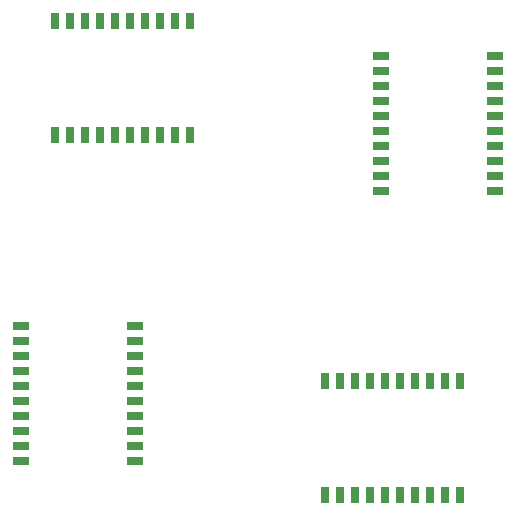
<source format=gtp>
G04 (created by PCBNEW-RS274X (2011-12-28 BZR 3254)-stable) date 2012. 03. 01. 13:20:44*
G01*
G70*
G90*
%MOIN*%
G04 Gerber Fmt 3.4, Leading zero omitted, Abs format*
%FSLAX34Y34*%
G04 APERTURE LIST*
%ADD10C,0.006000*%
%ADD11R,0.027800X0.057800*%
%ADD12R,0.057800X0.027800*%
G04 APERTURE END LIST*
G54D10*
G54D11*
X12250Y-06600D03*
X11750Y-06600D03*
X11250Y-06600D03*
X10750Y-06600D03*
X10250Y-06600D03*
X09750Y-06600D03*
X09250Y-06600D03*
X08750Y-06600D03*
X08250Y-06600D03*
X07750Y-06600D03*
X07750Y-10400D03*
X08250Y-10400D03*
X08750Y-10400D03*
X09250Y-10400D03*
X09750Y-10400D03*
X10250Y-10400D03*
X10750Y-10400D03*
X11250Y-10400D03*
X11750Y-10400D03*
X12250Y-10400D03*
G54D12*
X18600Y-07750D03*
X18600Y-08250D03*
X18600Y-08750D03*
X18600Y-09250D03*
X18600Y-09750D03*
X18600Y-10250D03*
X18600Y-10750D03*
X18600Y-11250D03*
X18600Y-11750D03*
X18600Y-12250D03*
X22400Y-12250D03*
X22400Y-11750D03*
X22400Y-11250D03*
X22400Y-10750D03*
X22400Y-10250D03*
X22400Y-09750D03*
X22400Y-09250D03*
X22400Y-08750D03*
X22400Y-08250D03*
X22400Y-07750D03*
X06600Y-16750D03*
X06600Y-17250D03*
X06600Y-17750D03*
X06600Y-18250D03*
X06600Y-18750D03*
X06600Y-19250D03*
X06600Y-19750D03*
X06600Y-20250D03*
X06600Y-20750D03*
X06600Y-21250D03*
X10400Y-21250D03*
X10400Y-20750D03*
X10400Y-20250D03*
X10400Y-19750D03*
X10400Y-19250D03*
X10400Y-18750D03*
X10400Y-18250D03*
X10400Y-17750D03*
X10400Y-17250D03*
X10400Y-16750D03*
G54D11*
X21250Y-18600D03*
X20750Y-18600D03*
X20250Y-18600D03*
X19750Y-18600D03*
X19250Y-18600D03*
X18750Y-18600D03*
X18250Y-18600D03*
X17750Y-18600D03*
X17250Y-18600D03*
X16750Y-18600D03*
X16750Y-22400D03*
X17250Y-22400D03*
X17750Y-22400D03*
X18250Y-22400D03*
X18750Y-22400D03*
X19250Y-22400D03*
X19750Y-22400D03*
X20250Y-22400D03*
X20750Y-22400D03*
X21250Y-22400D03*
M02*

</source>
